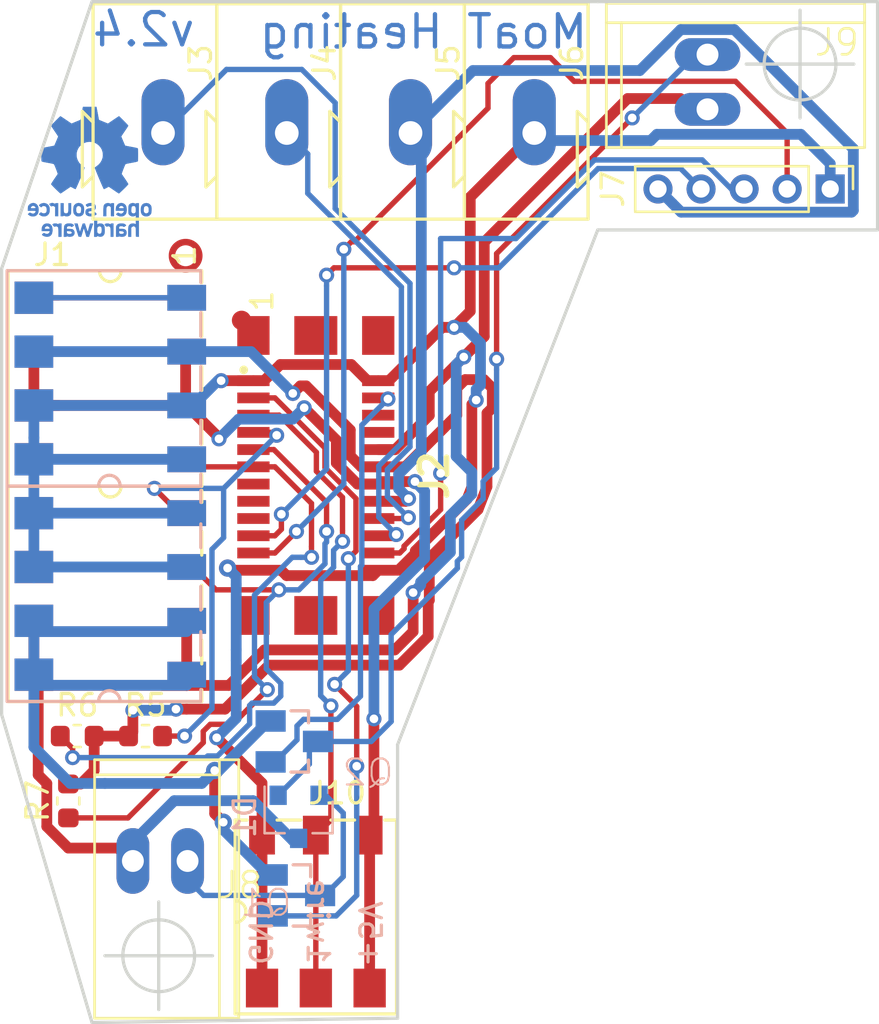
<source format=kicad_pcb>
(kicad_pcb (version 20211014) (generator pcbnew)
  (layers (0 "F.Cu" signal) (31 "B.Cu" signal) (34 "B.Paste" user) (35 "F.Paste" user) (36 "B.SilkS" user "B.Silkscreen") (37 "F.SilkS" user "F.Silkscreen") (38 "B.Mask" user) (39 "F.Mask" user) (44 "Edge.Cuts" user))
  (net 0 "")
  (net 1 "Net-(J1-Pad2)")
  (net 2 "Net-(J1-Pad1)")
  (net 3 "Net-(J1-Pad7)")
  (net 4 "Net-(J1-Pad11)")
  (net 5 "Net-(J1-Pad9)")
  (net 6 "GNDPWR")
  (net 7 "/S2")
  (net 8 "/S1")
  (net 9 "Net-(J2-Pad20)")
  (net 10 "Net-(J2-Pad18)")
  (net 11 "Net-(J2-Pad16)")
  (net 12 "Net-(D1-Pad2)")
  (net 13 "Net-(D1-Pad1)")
  (net 14 "Net-(J10-Pad2)")
  (net 15 "Net-(J2-Pad19)")
  (net 16 "Net-(J2-Pad21)")
  (net 17 "Net-(J2-Pad22)")
  (net 18 "+24V")
  (net 19 "+12V")
  (net 20 "+5V")
  (net 21 "GND")
  (footprint "localstuff:1X02_GN" (layer "F.Cu") (at 52.1 33.23 -90)
    (fp_text reference "J9")
    (fp_text value "S2")
  )
  (footprint "localstuff:1X02_GN" (layer "F.Cu") (at 26.67 69.4 180)
    (fp_text reference "J8")
    (fp_text value "S1")
  )
  (footprint "localstuff:Wago_Terminal_243" (layer "F.Cu") (at 38.3 35.6 90)
    (fp_text reference "J5")
    (fp_text value "3V3" hide)
  )
  (footprint "localstuff:Wago_Terminal_243" (layer "F.Cu") (at 44.05 35.6 90)
    (fp_text reference "J6")
    (fp_text value "GND" hide)
  )
  (footprint "localstuff:Wago_Terminal_243" (layer "F.Cu") (at 26.8 35.6 90)
    (fp_text reference "J3")
    (fp_text value "SCLK" hide)
  )
  (footprint "localstuff:Moat_16_2side" (layer "F.Cu") (at 24.4 52.3 -90)
    (fp_text reference "J1")
    (fp_text value "Moat_Bus_16")
  )
  (footprint "Resistor_SMD:R_0603_1608Metric" (layer "F.Cu") (at 25.9875 63.6)
    (fp_text reference "R5")
    (fp_text value "470")
  )
  (footprint "Resistor_SMD:R_0603_1608Metric" (layer "F.Cu") (at 22.8125 63.6)
    (fp_text reference "R6")
    (fp_text value "470")
  )
  (footprint "localstuff:AVX_9276_3Pin" (layer "F.Cu") (at 33.9 71.75)
    (fp_text reference "J10")
    (fp_text value "1wireConn")
  )
  (footprint "Resistor_SMD:R_0603_1608Metric" (layer "F.Cu") (at 22.4 66.6125 90)
    (fp_text reference "R7")
    (fp_text value "470")
  )
  (footprint "localstuff:TE_1775014_socket" (layer "F.Cu") (at 33.9 51.5 -90)
    (fp_text reference "J2")
    (fp_text value "Moat_Bus_wire" hide)
  )
  (footprint "localstuff:Wago_Terminal_243" (layer "F.Cu") (at 32.55 35.6 90)
    (fp_text reference "J4")
    (fp_text value "SDA" hide)
  )
  (footprint "Connector_PinHeader_2.00mm:PinHeader_1x05_P2.00mm_Vertical" (layer "F.Cu") (at 57.8 38.2 -90)
    (fp_text reference "J7")
    (fp_text value "Conn_01x05" hide)
  )
  (footprint "Package_TO_SOT_SMD:SOT-23" (layer "B.Cu") (at 33.1 67.35 -90)
    (fp_text reference "D1")
    (fp_text value "BAT54C")
  )
  (footprint "localstuff:SOT23" (layer "B.Cu") (at 33 71 90)
    (fp_text reference "Q1")
    (fp_text value "2N7002" hide)
  )
  (footprint "localstuff:SOT23" (layer "B.Cu") (at 32.9 63.85 90)
    (fp_text reference "Q2")
    (fp_text value "2N7002" hide)
  )
  (footprint "Symbol:OSHW-Logo_5.7x6mm_Copper" (layer "B.Cu") (at 23.4 37.4 180)
    (fp_text reference "REF**" hide)
    (fp_text value "OSHW-Logo_5.7x6mm_Copper" hide)
  )
  (gr_line (start 60 40.1) (end 60 29.5) (layer "Edge.Cuts") (width 0.15))
  (gr_line (start 60 29.5) (end 47 29.5) (layer "Edge.Cuts") (width 0.15))
  (gr_line (start 60 40.1) (end 47 40.1) (layer "Edge.Cuts") (width 0.15))
  (gr_line (start 37.7 76.7) (end 37.7 64) (layer "Edge.Cuts") (width 0.15))
  (gr_line (start 37.7 64) (end 47 40.1) (layer "Edge.Cuts") (width 0.15))
  (gr_line (start 23.5 29.5) (end 19.3 41.9) (layer "Edge.Cuts") (width 0.15))
  (gr_line (start 19.3 41.9) (end 19.3 62.6) (layer "Edge.Cuts") (width 0.15))
  (gr_line (start 23.5 76.9) (end 37.7 76.7) (layer "Edge.Cuts") (width 0.15))
  (gr_line (start 47 29.5) (end 23.5 29.5) (layer "Edge.Cuts") (width 0.15))
  (gr_line (start 19.3 62.6) (end 23.5 76.9) (layer "Edge.Cuts") (width 0.15))
  (gr_text "v2.4" (at 25.9 30.8) (layer "B.Cu") (effects (font (size 1.5 1.5) (thickness 0.2)) (justify mirror)))
  (gr_text "MoaT Heating" (at 38.9 30.9) (layer "B.Cu") (effects (font (size 1.5 1.5) (thickness 0.2)) (justify mirror)))
  (gr_text "1wire" (at 34 72.2 270) (layer "B.SilkS") (effects (font (size 1 1)) (justify mirror)))
  (gr_text "+5V" (at 36.4 72.8 270) (layer "B.SilkS") (effects (font (size 1 1)) (justify mirror)))
  (gr_text "GND" (at 31.3 72.7 270) (layer "B.SilkS") (effects (font (size 1 1)) (justify mirror)))
  (target plus (at 26.6 73.8) (size 5) (width 0.15) (layer "Edge.Cuts"))
  (target plus (at 56.4 32.4) (size 5) (width 0.15) (layer "Edge.Cuts"))
  (segment (start 20.8 43.25) (end 27.9 43.25) (width 0.25) (layer "B.Cu") (net 1))
  (segment (start 20.8 43.25) (end 21.95 43.25) (width 0.25) (layer "F.Cu") (net 2))
  (segment (start 20.8 43.25) (end 27.9 43.25) (width 0.25) (layer "F.Cu") (net 2))
  (segment (start 32 51.1) (end 33.7 52.8) (width 0.25) (layer "F.Cu") (net 3))
  (segment (start 28.25 51.1) (end 27.9 50.75) (width 0.25) (layer "F.Cu") (net 3))
  (segment (start 27.9 50.75) (end 26.75 50.75) (width 0.25) (layer "F.Cu") (net 3))
  (segment (start 28.994856 63.053767) (end 30.036167 63.053767) (width 0.25) (layer "F.Cu") (net 3))
  (segment (start 31 51.1) (end 28.25 51.1) (width 0.25) (layer "F.Cu") (net 3))
  (segment (start 28.669856 63.378767) (end 28.994856 63.053767) (width 0.25) (layer "F.Cu") (net 3))
  (segment (start 25.171734 67.4) (end 28.669856 63.901878) (width 0.25) (layer "F.Cu") (net 3))
  (segment (start 31.294968 61.794966) (end 31.644967 61.444967) (width 0.25) (layer "F.Cu") (net 3))
  (segment (start 22.4 67.4) (end 25.171734 67.4) (width 0.25) (layer "F.Cu") (net 3))
  (segment (start 20.8 50.75) (end 27.9 50.75) (width 0.25) (layer "F.Cu") (net 3))
  (segment (start 30.036167 63.053767) (end 31.294968 61.794966) (width 0.25) (layer "F.Cu") (net 3))
  (segment (start 31 51.1) (end 32 51.1) (width 0.25) (layer "F.Cu") (net 3))
  (segment (start 28.669856 63.901878) (end 28.669856 63.378767) (width 0.25) (layer "F.Cu") (net 3))
  (segment (start 33.7 52.8) (end 33.7 54.805026) (width 0.25) (layer "F.Cu") (net 3))
  (segment (start 33.7 54.805026) (end 33.7 55.3) (width 0.25) (layer "F.Cu") (net 3))
  (via (at 31.644967 61.444967) (size 0.7) (drill 0.4) (layers "F.Cu" "B.Cu") (net 3))
  (via (at 33.7 55.3) (size 0.7) (drill 0.4) (layers "F.Cu" "B.Cu") (net 3))
  (segment (start 31.050001 57.055025) (end 32.805026 55.3) (width 0.25) (layer "B.Cu") (net 3))
  (segment (start 32.805026 55.3) (end 33.205026 55.3) (width 0.25) (layer "B.Cu") (net 3))
  (segment (start 31.644967 61.444967) (end 31.050001 60.850001) (width 0.25) (layer "B.Cu") (net 3))
  (segment (start 33.205026 55.3) (end 33.7 55.3) (width 0.25) (layer "B.Cu") (net 3))
  (segment (start 31.050001 60.850001) (end 31.050001 57.055025) (width 0.25) (layer "B.Cu") (net 3))
  (segment (start 27.9 55.75) (end 26.75 55.75) (width 0.25) (layer "F.Cu") (net 4))
  (segment (start 31 50.3) (end 31.950922 50.3) (width 0.25) (layer "F.Cu") (net 4))
  (segment (start 34.4 52.749078) (end 34.4 53.605026) (width 0.25) (layer "F.Cu") (net 4))
  (segment (start 31.950922 50.3) (end 34.4 52.749078) (width 0.25) (layer "F.Cu") (net 4))
  (segment (start 26.75 55.75) (end 20.8 55.75) (width 0.25) (layer "F.Cu") (net 4))
  (segment (start 28.2 55.75) (end 27.9 55.75) (width 0.25) (layer "F.Cu") (net 4))
  (segment (start 22.025 63.6) (end 22.6 64.175) (width 0.25) (layer "F.Cu") (net 4))
  (segment (start 34.4 53.605026) (end 34.4 54.1) (width 0.25) (layer "F.Cu") (net 4))
  (segment (start 32.184247 56.810271) (end 29.260271 56.810271) (width 0.25) (layer "F.Cu") (net 4))
  (segment (start 22.6 64.175) (end 22.6 64.6) (width 0.25) (layer "F.Cu") (net 4))
  (segment (start 29.260271 56.810271) (end 28.2 55.75) (width 0.25) (layer "F.Cu") (net 4))
  (via (at 32.184247 56.810271) (size 0.7) (drill 0.4) (layers "F.Cu" "B.Cu") (net 4))
  (via (at 22.6 64.6) (size 0.7) (drill 0.4) (layers "F.Cu" "B.Cu") (net 4))
  (via (at 34.4 54.1) (size 0.7) (drill 0.4) (layers "F.Cu" "B.Cu") (net 4))
  (segment (start 34.4 54.594974) (end 34.4 54.1) (width 0.25) (layer "B.Cu") (net 4))
  (segment (start 28.800996 64.6) (end 28.875998 64.524998) (width 0.25) (layer "B.Cu") (net 4))
  (segment (start 22.6 64.6) (end 28.800996 64.6) (width 0.25) (layer "B.Cu") (net 4))
  (segment (start 32.269969 61.744969) (end 32.269969 61.144965) (width 0.25) (layer "B.Cu") (net 4))
  (segment (start 32.269969 61.144965) (end 31.599999 60.474995) (width 0.25) (layer "B.Cu") (net 4))
  (segment (start 32.184247 56.810271) (end 33.114733 56.810271) (width 0.25) (layer "B.Cu") (net 4))
  (segment (start 31.944969 62.069969) (end 32.269969 61.744969) (width 0.25) (layer "B.Cu") (net 4))
  (segment (start 33.114733 56.810271) (end 34.325002 55.600002) (width 0.25) (layer "B.Cu") (net 4))
  (segment (start 30.824999 62.179999) (end 30.935029 62.069969) (width 0.25) (layer "B.Cu") (net 4))
  (segment (start 31.834248 57.16027) (end 32.184247 56.810271) (width 0.25) (layer "B.Cu") (net 4))
  (segment (start 30.935029 62.069969) (end 31.944969 62.069969) (width 0.25) (layer "B.Cu") (net 4))
  (segment (start 34.325002 54.669972) (end 34.4 54.594974) (width 0.25) (layer "B.Cu") (net 4))
  (segment (start 30.824999 63.032525) (end 30.824999 62.179999) (width 0.25) (layer "B.Cu") (net 4))
  (segment (start 31.599999 60.474995) (end 31.599999 57.394519) (width 0.25) (layer "B.Cu") (net 4))
  (segment (start 34.325002 55.600002) (end 34.325002 54.669972) (width 0.25) (layer "B.Cu") (net 4))
  (segment (start 28.875998 64.524998) (end 29.332526 64.524998) (width 0.25) (layer "B.Cu") (net 4))
  (segment (start 29.332526 64.524998) (end 30.824999 63.032525) (width 0.25) (layer "B.Cu") (net 4))
  (segment (start 31.599999 57.394519) (end 31.834248 57.16027) (width 0.25) (layer "B.Cu") (net 4))
  (segment (start 32 49.5) (end 32.081045 49.581045) (width 0.25) (layer "F.Cu") (net 5))
  (segment (start 32.081045 49.581045) (end 32.081045 49.635057) (width 0.25) (layer "F.Cu") (net 5))
  (segment (start 20.8 53.25) (end 27.9 53.25) (width 0.25) (layer "F.Cu") (net 5))
  (segment (start 27.9 53.25) (end 27.55 53.25) (width 0.25) (layer "F.Cu") (net 5))
  (segment (start 31 49.5) (end 32 49.5) (width 0.25) (layer "F.Cu") (net 5))
  (segment (start 27.55 53.25) (end 26.4 52.1) (width 0.25) (layer "F.Cu") (net 5))
  (segment (start 26.775 63.6) (end 27.799998 63.6) (width 0.25) (layer "F.Cu") (net 5))
  (via (at 27.799998 63.6) (size 0.7) (drill 0.4) (layers "F.Cu" "B.Cu") (net 5))
  (via (at 32.081045 49.635057) (size 0.7) (drill 0.4) (layers "F.Cu" "B.Cu") (net 5))
  (via (at 26.4 52.1) (size 0.7) (drill 0.4) (layers "F.Cu" "B.Cu") (net 5))
  (segment (start 26.4 52.1) (end 29.616102 52.1) (width 0.25) (layer "B.Cu") (net 5))
  (segment (start 27.799998 63.6) (end 29.075001 62.324997) (width 0.25) (layer "B.Cu") (net 5))
  (segment (start 29.616102 52.1) (end 31.731046 49.985056) (width 0.25) (layer "B.Cu") (net 5))
  (segment (start 29.075001 62.324997) (end 29.075001 54.929999) (width 0.25) (layer "B.Cu") (net 5))
  (segment (start 31.731046 49.985056) (end 32.081045 49.635057) (width 0.25) (layer "B.Cu") (net 5))
  (segment (start 29.075001 54.929999) (end 29.616102 54.388898) (width 0.25) (layer "B.Cu") (net 5))
  (segment (start 29.616102 54.388898) (end 29.616102 52.1) (width 0.25) (layer "B.Cu") (net 5))
  (segment (start 29.200001 67.199995) (end 29.6 67.599994) (width 0.5) (layer "F.Cu") (net 6))
  (segment (start 29.2 65.2) (end 29.200001 67.199995) (width 0.5) (layer "F.Cu") (net 6))
  (via (at 29.6 67.599994) (size 0.8) (drill 0.4) (layers "F.Cu" "B.Cu") (net 6))
  (via (at 29.2 65.2) (size 0.8) (drill 0.4) (layers "F.Cu" "B.Cu") (net 6))
  (segment (start 31.7 62.9) (end 29.4 65.2) (width 0.5) (layer "B.Cu") (net 6))
  (segment (start 31.8 62.9) (end 31.7 62.9) (width 0.5) (layer "B.Cu") (net 6))
  (segment (start 27.9 61.242067) (end 20.807933 61.242067) (width 0.5) (layer "B.Cu") (net 6))
  (segment (start 20.8 58.75) (end 20.8 61.25) (width 0.5) (layer "B.Cu") (net 6))
  (segment (start 24.1 65.8) (end 28.6 65.8) (width 0.5) (layer "B.Cu") (net 6))
  (segment (start 28.800001 65.599999) (end 29.2 65.2) (width 0.5) (layer "B.Cu") (net 6))
  (segment (start 28.6 65.8) (end 28.800001 65.599999) (width 0.5) (layer "B.Cu") (net 6))
  (segment (start 29.6 67.95) (end 29.6 67.599994) (width 0.5) (layer "B.Cu") (net 6))
  (segment (start 20.8 64.110002) (end 22.489998 65.8) (width 0.5) (layer "B.Cu") (net 6))
  (segment (start 20.8 61.25) (end 20.8 64.110002) (width 0.5) (layer "B.Cu") (net 6))
  (segment (start 20.8 58.75) (end 27.9 58.75) (width 0.5) (layer "B.Cu") (net 6))
  (segment (start 31.9 70.05) (end 31.7 70.05) (width 0.5) (layer "B.Cu") (net 6))
  (segment (start 31.7 70.05) (end 29.6 67.95) (width 0.5) (layer "B.Cu") (net 6))
  (segment (start 20.807933 61.242067) (end 20.8 61.25) (width 0.5) (layer "B.Cu") (net 6))
  (segment (start 29.4 65.2) (end 29.2 65.2) (width 0.5) (layer "B.Cu") (net 6))
  (segment (start 22.489998 65.8) (end 24.1 65.8) (width 0.5) (layer "B.Cu") (net 6))
  (segment (start 36.8 47.9) (end 36.849989 47.949989) (width 0.25) (layer "F.Cu") (net 7))
  (segment (start 36.849989 47.949989) (end 37.249968 47.949989) (width 0.25) (layer "F.Cu") (net 7))
  (via (at 37.249968 47.949989) (size 0.7) (drill 0.4) (layers "F.Cu" "B.Cu") (net 7))
  (segment (start 33.329997 62.825001) (end 34.900001 62.825001) (width 0.25) (layer "B.Cu") (net 7))
  (segment (start 36.899969 48.299988) (end 37.249968 47.949989) (width 0.25) (layer "B.Cu") (net 7))
  (segment (start 36.038096 55.664482) (end 36.038096 49.161861) (width 0.25) (layer "B.Cu") (net 7))
  (segment (start 35.975025 61.749977) (end 35.975025 55.727553) (width 0.25) (layer "B.Cu") (net 7))
  (segment (start 33.024999 63.129999) (end 33.329997 62.825001) (width 0.25) (layer "B.Cu") (net 7))
  (segment (start 33.024999 63.775001) (end 33.024999 63.129999) (width 0.25) (layer "B.Cu") (net 7))
  (segment (start 36.038096 49.161861) (end 36.899969 48.299988) (width 0.25) (layer "B.Cu") (net 7))
  (segment (start 34.900001 62.825001) (end 35.975025 61.749977) (width 0.25) (layer "B.Cu") (net 7))
  (segment (start 31.8 64.8) (end 32 64.8) (width 0.25) (layer "B.Cu") (net 7))
  (segment (start 32 64.8) (end 33.024999 63.775001) (width 0.25) (layer "B.Cu") (net 7))
  (segment (start 35.975025 55.727553) (end 36.038096 55.664482) (width 0.25) (layer "B.Cu") (net 7))
  (segment (start 31 47.9) (end 32 47.9) (width 0.25) (layer "F.Cu") (net 8))
  (segment (start 35.764826 52.574168) (end 35.764826 55.012748) (width 0.25) (layer "F.Cu") (net 8))
  (segment (start 32 47.9) (end 34.32499 50.22499) (width 0.25) (layer "F.Cu") (net 8))
  (segment (start 35.764826 55.012748) (end 35.763093 55.014481) (width 0.25) (layer "F.Cu") (net 8))
  (segment (start 34.32499 50.22499) (end 34.32499 51.134332) (width 0.25) (layer "F.Cu") (net 8))
  (segment (start 35.763093 55.014481) (end 35.413094 55.36448) (width 0.25) (layer "F.Cu") (net 8))
  (segment (start 35.8 65) (end 35.8 62.22501) (width 0.25) (layer "F.Cu") (net 8))
  (segment (start 34.32499 51.134332) (end 35.764826 52.574168) (width 0.25) (layer "F.Cu") (net 8))
  (segment (start 35.8 62.22501) (end 35.124989 61.549999) (width 0.25) (layer "F.Cu") (net 8))
  (segment (start 35.124989 61.549999) (end 34.77499 61.2) (width 0.25) (layer "F.Cu") (net 8))
  (via (at 35.413094 55.36448) (size 0.7) (drill 0.4) (layers "F.Cu" "B.Cu") (net 8))
  (via (at 35.8 65) (size 0.7) (drill 0.4) (layers "F.Cu" "B.Cu") (net 8))
  (via (at 34.77499 61.2) (size 0.7) (drill 0.4) (layers "F.Cu" "B.Cu") (net 8))
  (segment (start 31.9 71.95) (end 34.845002 71.95) (width 0.25) (layer "B.Cu") (net 8))
  (segment (start 35.413094 55.859454) (end 35.413094 55.36448) (width 0.25) (layer "B.Cu") (net 8))
  (segment (start 34.845002 71.95) (end 35.8 70.995002) (width 0.25) (layer "B.Cu") (net 8))
  (segment (start 34.77499 61.2) (end 35.413094 60.561896) (width 0.25) (layer "B.Cu") (net 8))
  (segment (start 35.8 70.995002) (end 35.8 65) (width 0.25) (layer "B.Cu") (net 8))
  (segment (start 35.413094 60.561896) (end 35.413094 55.859454) (width 0.25) (layer "B.Cu") (net 8))
  (segment (start 37.139872 54.242749) (end 37.634846 54.242749) (width 0.25) (layer "F.Cu") (net 9))
  (segment (start 36.857251 54.242749) (end 37.139872 54.242749) (width 0.25) (layer "F.Cu") (net 9))
  (segment (start 36.8 54.3) (end 36.857251 54.242749) (width 0.25) (layer "F.Cu") (net 9))
  (via (at 37.634846 54.242749) (size 0.7) (drill 0.4) (layers "F.Cu" "B.Cu") (net 9))
  (segment (start 37.874978 50.006851) (end 36.824981 51.056848) (width 0.25) (layer "B.Cu") (net 9))
  (segment (start 37.874978 42.749974) (end 37.874978 50.006851) (width 0.25) (layer "B.Cu") (net 9))
  (segment (start 36.824981 51.056848) (end 36.824981 53.432884) (width 0.25) (layer "B.Cu") (net 9))
  (segment (start 32.55 35.6) (end 33.525002 36.575002) (width 0.25) (layer "B.Cu") (net 9))
  (segment (start 33.525002 38.399998) (end 37.874978 42.749974) (width 0.25) (layer "B.Cu") (net 9))
  (segment (start 37.284847 53.89275) (end 37.634846 54.242749) (width 0.25) (layer "B.Cu") (net 9))
  (segment (start 36.824981 53.432884) (end 37.284847 53.89275) (width 0.25) (layer "B.Cu") (net 9))
  (segment (start 33.525002 36.575002) (end 33.525002 38.399998) (width 0.25) (layer "B.Cu") (net 9))
  (segment (start 36.8 53.5) (end 38.158029 53.5) (width 0.25) (layer "F.Cu") (net 10))
  (segment (start 38.158029 53.5) (end 38.199979 53.45805) (width 0.25) (layer "F.Cu") (net 10))
  (via (at 38.199979 53.45805) (size 0.7) (drill 0.4) (layers "F.Cu" "B.Cu") (net 10))
  (segment (start 37.224992 51.222537) (end 37.224992 52.483063) (width 0.25) (layer "B.Cu") (net 10))
  (segment (start 34.8 39.109296) (end 38.274989 42.584285) (width 0.25) (layer "B.Cu") (net 10))
  (segment (start 29.750015 32.650001) (end 33.250001 32.650001) (width 0.25) (layer "B.Cu") (net 10))
  (segment (start 38.274989 42.584285) (end 38.274989 50.17254) (width 0.25) (layer "B.Cu") (net 10))
  (segment (start 33.250001 32.650001) (end 34.8 34.2) (width 0.25) (layer "B.Cu") (net 10))
  (segment (start 34.8 34.2) (end 34.8 39.109296) (width 0.25) (layer "B.Cu") (net 10))
  (segment (start 26.800016 35.6) (end 29.750015 32.650001) (width 0.25) (layer "B.Cu") (net 10))
  (segment (start 37.84998 53.108051) (end 38.199979 53.45805) (width 0.25) (layer "B.Cu") (net 10))
  (segment (start 38.274989 50.17254) (end 37.224992 51.222537) (width 0.25) (layer "B.Cu") (net 10))
  (segment (start 37.224992 52.483063) (end 37.84998 53.108051) (width 0.25) (layer "B.Cu") (net 10))
  (segment (start 36.8 52.7) (end 38.08529 52.7) (width 0.5) (layer "F.Cu") (net 11))
  (segment (start 38.08529 52.7) (end 38.205559 52.579731) (width 0.5) (layer "F.Cu") (net 11))
  (via (at 38.205559 52.579731) (size 0.7) (drill 0.4) (layers "F.Cu" "B.Cu") (net 11))
  (segment (start 38.3 35.6) (end 38.8 36.1) (width 0.5) (layer "B.Cu") (net 11))
  (segment (start 53.34332 30.79799) (end 58.875001 36.329671) (width 0.5) (layer "B.Cu") (net 11))
  (segment (start 37.750003 52.124175) (end 37.85556 52.229732) (width 0.5) (layer "B.Cu") (net 11))
  (segment (start 37.750003 51.440003) (end 37.750003 52.124175) (width 0.5) (layer "B.Cu") (net 11))
  (segment (start 48.95468 32.69999) (end 50.85668 30.79799) (width 0.5) (layer "B.Cu") (net 11))
  (segment (start 50.474999 38.874999) (end 49.8 38.2) (width 0.5) (layer "B.Cu") (net 11))
  (segment (start 41.20001 32.69999) (end 48.95468 32.69999) (width 0.5) (layer "B.Cu") (net 11))
  (segment (start 38.8 50.390006) (end 37.750003 51.440003) (width 0.5) (layer "B.Cu") (net 11))
  (segment (start 50.85668 30.79799) (end 53.34332 30.79799) (width 0.5) (layer "B.Cu") (net 11))
  (segment (start 58.875001 36.329671) (end 58.875001 39.195001) (width 0.5) (layer "B.Cu") (net 11))
  (segment (start 38.3 35.6) (end 41.20001 32.69999) (width 0.5) (layer "B.Cu") (net 11))
  (segment (start 58.795001 39.275001) (end 50.875001 39.275001) (width 0.5) (layer "B.Cu") (net 11))
  (segment (start 58.875001 39.195001) (end 58.795001 39.275001) (width 0.5) (layer "B.Cu") (net 11))
  (segment (start 38.8 36.1) (end 38.8 50.390006) (width 0.5) (layer "B.Cu") (net 11))
  (segment (start 50.875001 39.275001) (end 50.474999 38.874999) (width 0.5) (layer "B.Cu") (net 11))
  (segment (start 37.85556 52.229732) (end 38.205559 52.579731) (width 0.5) (layer "B.Cu") (net 11))
  (segment (start 34.1 71) (end 34.3 71) (width 0.25) (layer "B.Cu") (net 12))
  (segment (start 35.175001 70.124999) (end 35.175001 67.175001) (width 0.25) (layer "B.Cu") (net 12))
  (segment (start 27.836499 70.148499) (end 27.836499 69.386499) (width 0.25) (layer "B.Cu") (net 12))
  (segment (start 35.175001 67.175001) (end 34.4 66.4) (width 0.25) (layer "B.Cu") (net 12))
  (segment (start 34.1 71) (end 28.688 71) (width 0.25) (layer "B.Cu") (net 12))
  (segment (start 34.4 66.4) (end 34.2 66.4) (width 0.25) (layer "B.Cu") (net 12))
  (segment (start 28.688 71) (end 27.836499 70.148499) (width 0.25) (layer "B.Cu") (net 12))
  (segment (start 34.3 71) (end 35.175001 70.124999) (width 0.25) (layer "B.Cu") (net 12))
  (segment (start 42.3 46.1) (end 42.3 41.2) (width 0.25) (layer "F.Cu") (net 13))
  (segment (start 42.3 41.2) (end 48.6 34.9) (width 0.25) (layer "F.Cu") (net 13))
  (via (at 42.3 46.1) (size 0.7) (drill 0.4) (layers "F.Cu" "B.Cu") (net 13))
  (via (at 48.6 34.9) (size 0.7) (drill 0.4) (layers "F.Cu" "B.Cu") (net 13))
  (segment (start 40.475022 55.486709) (end 40.675022 55.286709) (width 0.25) (layer "B.Cu") (net 13))
  (segment (start 37.4 58.885679) (end 40.475022 55.810657) (width 0.25) (layer "B.Cu") (net 13))
  (segment (start 40.675022 55.286709) (end 40.675022 53.577457) (width 0.25) (layer "B.Cu") (net 13))
  (segment (start 51.54 31.96) (end 52.1 31.96) (width 0.25) (layer "B.Cu") (net 13))
  (segment (start 42.3 46.594974) (end 42.3 46.1) (width 0.25) (layer "B.Cu") (net 13))
  (segment (start 36.475002 63.85) (end 37.4 62.925002) (width 0.25) (layer "B.Cu") (net 13))
  (segment (start 37.4 62.925002) (end 37.4 58.885679) (width 0.25) (layer "B.Cu") (net 13))
  (segment (start 41.675012 51.777467) (end 42.3 51.152479) (width 0.25) (layer "B.Cu") (net 13))
  (segment (start 48.6 34.9) (end 51.54 31.96) (width 0.25) (layer "B.Cu") (net 13))
  (segment (start 41.675012 52.577467) (end 41.675012 51.777467) (width 0.25) (layer "B.Cu") (net 13))
  (segment (start 40.675022 53.577457) (end 41.675012 52.577467) (width 0.25) (layer "B.Cu") (net 13))
  (segment (start 33.6 64.9) (end 33.6 64.25) (width 0.25) (layer "B.Cu") (net 13))
  (segment (start 42.3 51.152479) (end 42.3 46.594974) (width 0.25) (layer "B.Cu") (net 13))
  (segment (start 33.6 64.25) (end 34 63.85) (width 0.25) (layer "B.Cu") (net 13))
  (segment (start 34 63.85) (end 36.475002 63.85) (width 0.25) (layer "B.Cu") (net 13))
  (segment (start 40.475022 55.810657) (end 40.475022 55.486709) (width 0.25) (layer "B.Cu") (net 13))
  (segment (start 32.15 66.35) (end 33.6 64.9) (width 0.25) (layer "B.Cu") (net 13))
  (segment (start 35.139825 52.514867) (end 35.139825 54.064618) (width 0.25) (layer "F.Cu") (net 14))
  (segment (start 33.924979 51.300021) (end 35.139825 52.514867) (width 0.25) (layer "F.Cu") (net 14))
  (segment (start 35.139825 54.064618) (end 35.139825 54.559592) (width 0.25) (layer "F.Cu") (net 14))
  (segment (start 31 48.7) (end 32.200923 48.7) (width 0.25) (layer "F.Cu") (net 14))
  (segment (start 33.9 75.3) (end 33.9 68.2) (width 0.25) (layer "F.Cu") (net 14))
  (segment (start 33.924979 50.424056) (end 33.924979 51.300021) (width 0.25) (layer "F.Cu") (net 14))
  (segment (start 32.200923 48.7) (end 33.924979 50.424056) (width 0.25) (layer "F.Cu") (net 14))
  (segment (start 34.6 67.5) (end 33.9 68.2) (width 0.25) (layer "F.Cu") (net 14))
  (segment (start 34.6 62.2) (end 34.6 67.5) (width 0.25) (layer "F.Cu") (net 14))
  (via (at 35.139825 54.559592) (size 0.7) (drill 0.4) (layers "F.Cu" "B.Cu") (net 14))
  (via (at 34.6 62.2) (size 0.7) (drill 0.4) (layers "F.Cu" "B.Cu") (net 14))
  (segment (start 34.789826 54.909591) (end 35.139825 54.559592) (width 0.25) (layer "B.Cu") (net 14))
  (segment (start 34.125013 56.365691) (end 34.725013 55.765691) (width 0.25) (layer "B.Cu") (net 14))
  (segment (start 34.6 62.2) (end 34.125013 61.725013) (width 0.25) (layer "B.Cu") (net 14))
  (segment (start 34.725013 54.974404) (end 34.789826 54.909591) (width 0.25) (layer "B.Cu") (net 14))
  (segment (start 34.125013 61.725013) (end 34.125013 56.365691) (width 0.25) (layer "B.Cu") (net 14))
  (segment (start 34.725013 55.765691) (end 34.725013 54.974404) (width 0.25) (layer "B.Cu") (net 14))
  (segment (start 40.32501 41.86056) (end 34.73944 41.86056) (width 0.25) (layer "F.Cu") (net 15))
  (segment (start 32.3 54) (end 32.3 53.3) (width 0.25) (layer "F.Cu") (net 15))
  (segment (start 34.73944 41.86056) (end 34.4 42.2) (width 0.25) (layer "F.Cu") (net 15))
  (segment (start 31 54.3) (end 32 54.3) (width 0.25) (layer "F.Cu") (net 15))
  (segment (start 32 54.3) (end 32.3 54) (width 0.25) (layer "F.Cu") (net 15))
  (via (at 40.32501 41.86056) (size 0.7) (drill 0.4) (layers "F.Cu" "B.Cu") (net 15))
  (via (at 32.3 53.3) (size 0.7) (drill 0.4) (layers "F.Cu" "B.Cu") (net 15))
  (via (at 34.4 42.2) (size 0.7) (drill 0.4) (layers "F.Cu" "B.Cu") (net 15))
  (segment (start 34.4 42.694974) (end 34.4 42.2) (width 0.25) (layer "B.Cu") (net 15))
  (segment (start 51.8 38.2) (end 50.849999 37.249999) (width 0.25) (layer "B.Cu") (net 15))
  (segment (start 40.819984 41.86056) (end 40.32501 41.86056) (width 0.25) (layer "B.Cu") (net 15))
  (segment (start 32.3 53.3) (end 34.4 51.2) (width 0.25) (layer "B.Cu") (net 15))
  (segment (start 34.4 51.2) (end 34.4 42.694974) (width 0.25) (layer "B.Cu") (net 15))
  (segment (start 47.015701 37.249999) (end 42.40514 41.86056) (width 0.25) (layer "B.Cu") (net 15))
  (segment (start 42.40514 41.86056) (end 40.819984 41.86056) (width 0.25) (layer "B.Cu") (net 15))
  (segment (start 50.849999 37.249999) (end 47.015701 37.249999) (width 0.25) (layer "B.Cu") (net 15))
  (segment (start 53.4 33.2) (end 55.8 35.6) (width 0.25) (layer "F.Cu") (net 16))
  (segment (start 31 55.1) (end 32 55.1) (width 0.25) (layer "F.Cu") (net 16))
  (segment (start 35.696863 40.650001) (end 41.9 34.446864) (width 0.25) (layer "F.Cu") (net 16))
  (segment (start 41.9 33.3) (end 43.1 32.1) (width 0.25) (layer "F.Cu") (net 16))
  (segment (start 41.9 34.446864) (end 41.9 33.3) (width 0.25) (layer "F.Cu") (net 16))
  (segment (start 55.8 35.6) (end 55.8 38.2) (width 0.25) (layer "F.Cu") (net 16))
  (segment (start 35.2 41) (end 35.549999 40.650001) (width 0.25) (layer "F.Cu") (net 16))
  (segment (start 32 55.1) (end 33 54.1) (width 0.25) (layer "F.Cu") (net 16))
  (segment (start 43.1 32.1) (end 44.8 32.1) (width 0.25) (layer "F.Cu") (net 16))
  (segment (start 44.8 32.1) (end 45.9 33.2) (width 0.25) (layer "F.Cu") (net 16))
  (segment (start 45.9 33.2) (end 53.4 33.2) (width 0.25) (layer "F.Cu") (net 16))
  (segment (start 35.549999 40.650001) (end 35.696863 40.650001) (width 0.25) (layer "F.Cu") (net 16))
  (via (at 35.2 41) (size 0.7) (drill 0.4) (layers "F.Cu" "B.Cu") (net 16))
  (via (at 33 54.1) (size 0.7) (drill 0.4) (layers "F.Cu" "B.Cu") (net 16))
  (segment (start 33 54.1) (end 35.2 51.9) (width 0.25) (layer "B.Cu") (net 16))
  (segment (start 35.2 51.9) (end 35.2 41.494974) (width 0.25) (layer "B.Cu") (net 16))
  (segment (start 35.2 41.494974) (end 35.2 41) (width 0.25) (layer "B.Cu") (net 16))
  (segment (start 38 54.783645) (end 39.441822 53.341823) (width 0.25) (layer "F.Cu") (net 17))
  (segment (start 39.7 53.083645) (end 39.7 51.4) (width 0.25) (layer "F.Cu") (net 17))
  (segment (start 37.8 55.1) (end 37.999999 54.900001) (width 0.25) (layer "F.Cu") (net 17))
  (segment (start 36.8 55.1) (end 37.8 55.1) (width 0.25) (layer "F.Cu") (net 17))
  (segment (start 37.999999 54.900001) (end 38 54.783645) (width 0.25) (layer "F.Cu") (net 17))
  (segment (start 39.441822 53.341823) (end 39.7 53.083645) (width 0.25) (layer "F.Cu") (net 17))
  (via (at 39.7 51.4) (size 0.7) (drill 0.4) (layers "F.Cu" "B.Cu") (net 17))
  (segment (start 51.855991 36.849989) (end 53.206002 38.2) (width 0.25) (layer "B.Cu") (net 17))
  (segment (start 39.7 51.4) (end 39.7 40.5) (width 0.25) (layer "B.Cu") (net 17))
  (segment (start 46.850012 36.849989) (end 51.855991 36.849989) (width 0.25) (layer "B.Cu") (net 17))
  (segment (start 53.206002 38.2) (end 53.8 38.2) (width 0.25) (layer "B.Cu") (net 17))
  (segment (start 39.7 40.5) (end 43.2 40.5) (width 0.25) (layer "B.Cu") (net 17))
  (segment (start 43.2 40.5) (end 46.850012 36.849989) (width 0.25) (layer "B.Cu") (net 17))
  (segment (start 29.860004 61.25) (end 31.510004 59.6) (width 0.5) (layer "F.Cu") (net 18))
  (segment (start 51.338 34.5) (end 50.838 34) (width 0.5) (layer "F.Cu") (net 18))
  (segment (start 50.838 34) (end 48.389996 34) (width 0.5) (layer "F.Cu") (net 18))
  (segment (start 41.725022 40.664974) (end 41.725022 45.048573) (width 0.5) (layer "F.Cu") (net 18))
  (segment (start 27.9 61.25) (end 29.860004 61.25) (width 0.5) (layer "F.Cu") (net 18))
  (segment (start 37.570002 59.6) (end 38.421521 58.748481) (width 0.5) (layer "F.Cu") (net 18))
  (segment (start 27.9 61.25) (end 27.9 58.75) (width 0.5) (layer "F.Cu") (net 18))
  (segment (start 39.170756 48.716088) (end 39.170756 47.602839) (width 0.5) (layer "F.Cu") (net 18))
  (segment (start 41.123583 45.650012) (end 40.773584 46.000011) (width 0.5) (layer "F.Cu") (net 18))
  (segment (start 27.9 61.25) (end 26.75 61.25) (width 0.5) (layer "F.Cu") (net 18))
  (segment (start 20.8 58.75) (end 20.8 61.25) (width 0.5) (layer "F.Cu") (net 18))
  (segment (start 52.1 34.5) (end 51.338 34.5) (width 0.5) (layer "F.Cu") (net 18))
  (segment (start 41.725022 45.048573) (end 41.123583 45.650012) (width 0.5) (layer "F.Cu") (net 18))
  (segment (start 38.421521 57.434128) (end 38.421521 56.939154) (width 0.5) (layer "F.Cu") (net 18))
  (segment (start 21.4 65.8) (end 21.4 67.8) (width 0.5) (layer "F.Cu") (net 18))
  (segment (start 21 65.4) (end 21.4 65.8) (width 0.5) (layer "F.Cu") (net 18))
  (segment (start 40.423585 46.35001) (end 40.773584 46.000011) (width 0.5) (layer "F.Cu") (net 18))
  (segment (start 38.421521 58.748481) (end 38.421521 57.434128) (width 0.5) (layer "F.Cu") (net 18))
  (segment (start 24.71 68.8) (end 25.296499 69.386499) (width 0.5) (layer "F.Cu") (net 18))
  (segment (start 37.586844 50.3) (end 39.170756 48.716088) (width 0.5) (layer "F.Cu") (net 18))
  (segment (start 36.8 50.3) (end 37.586844 50.3) (width 0.5) (layer "F.Cu") (net 18))
  (segment (start 27.9 58.75) (end 20.8 58.75) (width 0.5) (layer "F.Cu") (net 18))
  (segment (start 21.4 67.8) (end 22.4 68.8) (width 0.5) (layer "F.Cu") (net 18))
  (segment (start 31.510004 59.6) (end 37.570002 59.6) (width 0.5) (layer "F.Cu") (net 18))
  (segment (start 21 61.45) (end 21 65.4) (width 0.5) (layer "F.Cu") (net 18))
  (segment (start 20.8 61.25) (end 27.9 61.25) (width 0.5) (layer "F.Cu") (net 18))
  (segment (start 39.170756 47.602839) (end 40.423585 46.35001) (width 0.5) (layer "F.Cu") (net 18))
  (segment (start 22.4 68.8) (end 24.71 68.8) (width 0.5) (layer "F.Cu") (net 18))
  (segment (start 20.8 61.25) (end 21 61.45) (width 0.5) (layer "F.Cu") (net 18))
  (segment (start 48.389996 34) (end 41.725022 40.664974) (width 0.5) (layer "F.Cu") (net 18))
  (via (at 40.773584 46.000011) (size 0.7) (drill 0.4) (layers "F.Cu" "B.Cu") (net 18))
  (via (at 38.421521 56.939154) (size 0.7) (drill 0.4) (layers "F.Cu" "B.Cu") (net 18))
  (segment (start 40.150011 55.069243) (end 38.77152 56.447734) (width 0.5) (layer "B.Cu") (net 18))
  (segment (start 41.150001 51.339998) (end 41.150001 52.360001) (width 0.5) (layer "B.Cu") (net 18))
  (segment (start 32.824989 68.440688) (end 32.917151 68.53285) (width 0.5) (layer "B.Cu") (net 18))
  (segment (start 25.296499 69.386499) (end 25.296499 68.624499) (width 0.5) (layer "B.Cu") (net 18))
  (segment (start 25.296499 68.624499) (end 27.320998 66.6) (width 0.5) (layer "B.Cu") (net 18))
  (segment (start 38.77152 56.589155) (end 38.421521 56.939154) (width 0.5) (layer "B.Cu") (net 18))
  (segment (start 40.423585 50.613582) (end 41.150001 51.339998) (width 0.5) (layer "B.Cu") (net 18))
  (segment (start 27.320998 66.6) (end 30.984301 66.6) (width 0.5) (layer "B.Cu") (net 18))
  (segment (start 30.984301 66.6) (end 32.824989 68.440688) (width 0.5) (layer "B.Cu") (net 18))
  (segment (start 38.77152 56.447734) (end 38.77152 56.589155) (width 0.5) (layer "B.Cu") (net 18))
  (segment (start 40.773584 46.000011) (end 40.423585 46.35001) (width 0.5) (layer "B.Cu") (net 18))
  (segment (start 40.150011 53.359991) (end 40.150011 55.069243) (width 0.5) (layer "B.Cu") (net 18))
  (segment (start 40.423585 46.35001) (end 40.423585 50.613582) (width 0.5) (layer "B.Cu") (net 18))
  (segment (start 41.150001 52.360001) (end 40.150011 53.359991) (width 0.5) (layer "B.Cu") (net 18))
  (segment (start 22.4 65.825) (end 22.975 65.825) (width 0.5) (layer "F.Cu") (net 19))
  (segment (start 23.6 65.2) (end 23.6 64.175) (width 0.5) (layer "F.Cu") (net 19))
  (segment (start 37.781204 60.30805) (end 31.721208 60.30805) (width 0.5) (layer "F.Cu") (net 19))
  (segment (start 33.451531 47.341529) (end 33.180541 47.341529) (width 0.5) (layer "F.Cu") (net 19))
  (segment (start 40.449995 48.700005) (end 40.449995 47.439999) (width 0.5) (layer "F.Cu") (net 19))
  (segment (start 25.4 63.4) (end 25.2 63.6) (width 0.5) (layer "F.Cu") (net 19))
  (segment (start 42.100011 48.360001) (end 41.853403 48.606609) (width 0.5) (layer "F.Cu") (net 19))
  (segment (start 41.853403 48.606609) (end 41.853403 52.016316) (width 0.5) (layer "F.Cu") (net 19))
  (segment (start 23.6 64.175) (end 23.6 63.6) (width 0.5) (layer "F.Cu") (net 19))
  (segment (start 40.839998 47.049998) (end 41.710011 47.049999) (width 0.5) (layer "F.Cu") (net 19))
  (segment (start 31.721208 60.30805) (end 29.679238 62.35002) (width 0.5) (layer "F.Cu") (net 19))
  (segment (start 39.121522 58.967732) (end 37.781204 60.30805) (width 0.5) (layer "F.Cu") (net 19))
  (segment (start 41.438618 53.082265) (end 39.171522 55.349361) (width 0.5) (layer "F.Cu") (net 19))
  (segment (start 22.975 65.825) (end 23.6 65.2) (width 0.5) (layer "F.Cu") (net 19))
  (segment (start 36.8 51.1) (end 36.010002 51.1) (width 0.5) (layer "F.Cu") (net 19))
  (segment (start 35.500012 49.39001) (end 33.451531 47.341529) (width 0.5) (layer "F.Cu") (net 19))
  (segment (start 35.500012 50.59001) (end 35.500012 49.39001) (width 0.5) (layer "F.Cu") (net 19))
  (segment (start 39.171522 57.299155) (end 39.121522 57.349155) (width 0.5) (layer "F.Cu") (net 19))
  (segment (start 23.6 63.6) (end 25.2 63.6) (width 0.5) (layer "F.Cu") (net 19))
  (segment (start 25.4 62.4) (end 25.4 63.4) (width 0.5) (layer "F.Cu") (net 19))
  (segment (start 36.8 51.1) (end 38.05 51.1) (width 0.5) (layer "F.Cu") (net 19))
  (segment (start 41.853403 52.016316) (end 41.438618 53.082265) (width 0.5) (layer "F.Cu") (net 19))
  (segment (start 40.449995 47.439999) (end 40.839998 47.049998) (width 0.5) (layer "F.Cu") (net 19))
  (segment (start 39.121522 57.349155) (end 39.121522 58.967732) (width 0.5) (layer "F.Cu") (net 19))
  (segment (start 36.010002 51.1) (end 35.500012 50.59001) (width 0.5) (layer "F.Cu") (net 19))
  (segment (start 29.679238 62.35002) (end 27.894974 62.35002) (width 0.5) (layer "F.Cu") (net 19))
  (segment (start 39.171522 55.349361) (end 39.171522 57.299155) (width 0.5) (layer "F.Cu") (net 19))
  (segment (start 42.100011 47.439999) (end 42.100011 48.360001) (width 0.5) (layer "F.Cu") (net 19))
  (segment (start 41.710011 47.049999) (end 42.100011 47.439999) (width 0.5) (layer "F.Cu") (net 19))
  (segment (start 38.05 51.1) (end 40.449995 48.700005) (width 0.5) (layer "F.Cu") (net 19))
  (segment (start 33.180541 47.341529) (end 32.830542 47.691528) (width 0.5) (layer "F.Cu") (net 19))
  (segment (start 27.894974 62.35002) (end 27.4 62.35002) (width 0.5) (layer "F.Cu") (net 19))
  (via (at 25.4 62.4) (size 0.7) (drill 0.4) (layers "F.Cu" "B.Cu") (net 19))
  (via (at 32.830542 47.691528) (size 0.7) (drill 0.4) (layers "F.Cu" "B.Cu") (net 19))
  (via (at 27.4 62.35002) (size 0.7) (drill 0.4) (layers "F.Cu" "B.Cu") (net 19))
  (segment (start 25.4 62.4) (end 27.35002 62.4) (width 0.5) (layer "B.Cu") (net 19))
  (segment (start 30.889014 45.75) (end 32.480543 47.341529) (width 0.5) (layer "B.Cu") (net 19))
  (segment (start 27.35002 62.4) (end 27.4 62.35002) (width 0.5) (layer "B.Cu") (net 19))
  (segment (start 27.9 45.75) (end 20.8 45.75) (width 0.5) (layer "B.Cu") (net 19))
  (segment (start 32.480543 47.341529) (end 32.830542 47.691528) (width 0.5) (layer "B.Cu") (net 19))
  (segment (start 27.9 45.75) (end 30.889014 45.75) (width 0.5) (layer "B.Cu") (net 19))
  (segment (start 29.4 49.75) (end 27.9 48.25) (width 0.5) (layer "F.Cu") (net 20))
  (segment (start 20.95 48.25) (end 27.9 48.25) (width 0.5) (layer "F.Cu") (net 20))
  (segment (start 36.4 75.3) (end 36.4 68.2) (width 0.5) (layer "F.Cu") (net 20))
  (segment (start 34.850001 50.916866) (end 34.850001 49.850001) (width 0.5) (layer "F.Cu") (net 20))
  (segment (start 36.6 62.8) (end 36.6 68) (width 0.5) (layer "F.Cu") (net 20))
  (segment (start 36.915472 51.784528) (end 38.010874 51.784528) (width 0.5) (layer "F.Cu") (net 20))
  (segment (start 27.9 45.75) (end 27.84999 45.80001) (width 0.5) (layer "F.Cu") (net 20))
  (segment (start 35.833135 51.9) (end 34.850001 50.916866) (width 0.5) (layer "F.Cu") (net 20))
  (segment (start 27.84999 45.80001) (end 27.84999 48.19999) (width 0.5) (layer "F.Cu") (net 20))
  (segment (start 36.6 68) (end 36.4 68.2) (width 0.5) (layer "F.Cu") (net 20))
  (segment (start 27.84999 48.19999) (end 27.9 48.25) (width 0.5) (layer "F.Cu") (net 20))
  (segment (start 29.4 49.8) (end 29.4 49.75) (width 0.5) (layer "F.Cu") (net 20))
  (segment (start 36.8 51.9) (end 36.915472 51.784528) (width 0.5) (layer "F.Cu") (net 20))
  (segment (start 20.8 45.75) (end 20.8 48.25) (width 0.5) (layer "F.Cu") (net 20))
  (segment (start 33.70805 48.70805) (end 33.358051 48.358051) (width 0.5) (layer "F.Cu") (net 20))
  (segment (start 36.8 51.9) (end 35.833135 51.9) (width 0.5) (layer "F.Cu") (net 20))
  (segment (start 38.010874 51.784528) (end 38.505848 51.784528) (width 0.5) (layer "F.Cu") (net 20))
  (segment (start 34.850001 49.850001) (end 33.70805 48.70805) (width 0.5) (layer "F.Cu") (net 20))
  (segment (start 20.8 48.25) (end 21.95 48.25) (width 0.5) (layer "F.Cu") (net 20))
  (segment (start 20.8 48.25) (end 20.95 48.25) (width 0.5) (layer "F.Cu") (net 20))
  (via (at 29.4 49.8) (size 0.7) (drill 0.4) (layers "F.Cu" "B.Cu") (net 20))
  (via (at 38.505848 51.784528) (size 0.7) (drill 0.4) (layers "F.Cu" "B.Cu") (net 20))
  (via (at 36.6 62.8) (size 0.7) (drill 0.4) (layers "F.Cu" "B.Cu") (net 20))
  (via (at 33.358051 48.358051) (size 0.7) (drill 0.4) (layers "F.Cu" "B.Cu") (net 20))
  (segment (start 33.008052 48.70805) (end 33.358051 48.358051) (width 0.5) (layer "B.Cu") (net 20))
  (segment (start 30.314945 48.885055) (end 32.831047 48.885055) (width 0.5) (layer "B.Cu") (net 20))
  (segment (start 38.955561 52.234241) (end 38.855847 52.134527) (width 0.5) (layer "B.Cu") (net 20))
  (segment (start 36.6 57.7) (end 38.955561 55.344439) (width 0.5) (layer "B.Cu") (net 20))
  (segment (start 32.831047 48.885055) (end 33.008052 48.70805) (width 0.5) (layer "B.Cu") (net 20))
  (segment (start 38.955561 55.344439) (end 38.955561 52.234241) (width 0.5) (layer "B.Cu") (net 20))
  (segment (start 38.855847 52.134527) (end 38.505848 51.784528) (width 0.5) (layer "B.Cu") (net 20))
  (segment (start 36.6 62.8) (end 36.6 57.7) (width 0.5) (layer "B.Cu") (net 20))
  (segment (start 29.4 49.8) (end 30.314945 48.885055) (width 0.5) (layer "B.Cu") (net 20))
  (segment (start 31.4 72.3) (end 31.4 75.197455) (width 0.5) (layer "F.Cu") (net 21))
  (segment (start 36.8 55.9) (end 36.549997 56.150003) (width 0.5) (layer "F.Cu") (net 21))
  (segment (start 29.9 55.9) (end 29.8 55.8) (width 0.5) (layer "F.Cu") (net 21))
  (segment (start 32.540001 56.150003) (end 32.289998 55.9) (width 0.5) (layer "F.Cu") (net 21))
  (segment (start 36.3 47.1) (end 35.55 46.35) (width 0.5) (layer "F.Cu") (net 21))
  (segment (start 31.5 47.1) (end 31 47.1) (width 0.5) (layer "F.Cu") (net 21))
  (segment (start 31.4 72.3) (end 31.4 65.783911) (width 0.5) (layer "F.Cu") (net 21))
  (segment (start 36.8 47.1) (end 37.3 47.1) (width 0.5) (layer "F.Cu") (net 21))
  (segment (start 36.8 47.1) (end 36.3 47.1) (width 0.5) (layer "F.Cu") (net 21))
  (segment (start 40.675009 44.274295) (end 40.32501 44.624294) (width 0.5) (layer "F.Cu") (net 21))
  (segment (start 39.830036 44.624294) (end 40.32501 44.624294) (width 0.5) (layer "F.Cu") (net 21))
  (segment (start 41.075011 38.574989) (end 41.075011 43.874293) (width 0.5) (layer "F.Cu") (net 21))
  (segment (start 36.549997 56.150003) (end 32.540001 56.150003) (width 0.5) (layer "F.Cu") (net 21))
  (segment (start 31 47.1) (end 29.499994 47.1) (width 0.5) (layer "F.Cu") (net 21))
  (segment (start 35.55 46.35) (end 32.25 46.35) (width 0.5) (layer "F.Cu") (net 21))
  (segment (start 38.525009 55.001112) (end 40.93049 52.595631) (width 0.5) (layer "F.Cu") (net 21))
  (segment (start 39.775706 44.624294) (end 39.830036 44.624294) (width 0.5) (layer "F.Cu") (net 21))
  (segment (start 31.4 68.2) (end 31.4 72.3) (width 0.5) (layer "F.Cu") (net 21))
  (segment (start 36.8 55.9) (end 37.742476 55.9) (width 0.5) (layer "F.Cu") (net 21))
  (segment (start 32.25 46.35) (end 31.5 47.1) (width 0.5) (layer "F.Cu") (net 21))
  (segment (start 31.4 65.783911) (end 29.644856 64.028767) (width 0.5) (layer "F.Cu") (net 21))
  (segment (start 41.150002 52.031513) (end 41.150002 48.200008) (width 0.5) (layer "F.Cu") (net 21))
  (segment (start 41.075011 43.874293) (end 40.675009 44.274295) (width 0.5) (layer "F.Cu") (net 21))
  (segment (start 44.05 35.6) (end 41.075011 38.574989) (width 0.5) (layer "F.Cu") (net 21))
  (segment (start 38.525009 55.117467) (end 38.525009 55.001112) (width 0.5) (layer "F.Cu") (net 21))
  (segment (start 37.3 47.1) (end 39.775706 44.624294) (width 0.5) (layer "F.Cu") (net 21))
  (segment (start 40.93049 52.595631) (end 41.150002 52.031513) (width 0.5) (layer "F.Cu") (net 21))
  (segment (start 41.150002 48.200008) (end 41.35001 48) (width 0.5) (layer "F.Cu") (net 21))
  (segment (start 37.742476 55.9) (end 38.525009 55.117467) (width 0.5) (layer "F.Cu") (net 21))
  (segment (start 29.644856 64.028767) (end 29.294857 63.678768) (width 0.5) (layer "F.Cu") (net 21))
  (segment (start 32.289998 55.9) (end 29.9 55.9) (width 0.5) (layer "F.Cu") (net 21))
  (via (at 29.8 55.8) (size 0.8) (drill 0.4) (layers "F.Cu" "B.Cu") (net 21))
  (via (at 40.32501 44.624294) (size 0.7) (drill 0.4) (layers "F.Cu" "B.Cu") (net 21))
  (via (at 41.35001 48) (size 0.7) (drill 0.4) (layers "F.Cu" "B.Cu") (net 21))
  (via (at 29.294857 63.678768) (size 0.7) (drill 0.4) (layers "F.Cu" "B.Cu") (net 21))
  (via (at 29.499994 47.1) (size 0.7) (drill 0.4) (layers "F.Cu" "B.Cu") (net 21))
  (segment (start 30.2 59.6) (end 30.2 56.554998) (width 0.5) (layer "B.Cu") (net 21))
  (segment (start 20.8 48.25) (end 27.9 48.25) (width 0.5) (layer "B.Cu") (net 21))
  (segment (start 27.9 48.25) (end 28.2 48.25) (width 0.5) (layer "B.Cu") (net 21))
  (segment (start 29.294857 63.678768) (end 30.2 62.773625) (width 0.5) (layer "B.Cu") (net 21))
  (segment (start 28.2 48.25) (end 29.35 47.1) (width 0.5) (layer "B.Cu") (net 21))
  (segment (start 30.2 56.2) (end 29.8 55.8) (width 0.5) (layer "B.Cu") (net 21))
  (segment (start 20.8 56.25) (end 20.8 53.75) (width 0.5) (layer "B.Cu") (net 21))
  (segment (start 49.747992 35.66201) (end 56.43701 35.66201) (width 0.5) (layer "B.Cu") (net 21))
  (segment (start 30.2 56.554998) (end 30.2 56.2) (width 0.5) (layer "B.Cu") (net 21))
  (segment (start 41.35001 47.505026) (end 41.549999 47.305037) (width 0.5) (layer "B.Cu") (net 21))
  (segment (start 57.8 37.025) (end 57.8 38.2) (width 0.5) (layer "B.Cu") (net 21))
  (segment (start 56.43701 35.66201) (end 57.8 37.025) (width 0.5) (layer "B.Cu") (net 21))
  (segment (start 20.8 49.75) (end 20.8 48.25) (width 0.5) (layer "B.Cu") (net 21))
  (segment (start 49.460001 35.950001) (end 49.747992 35.66201) (width 0.5) (layer "B.Cu") (net 21))
  (segment (start 27.9 50.75) (end 20.8 50.75) (width 0.5) (layer "B.Cu") (net 21))
  (segment (start 44.05 35.6) (end 44.400001 35.950001) (width 0.5) (layer "B.Cu") (net 21))
  (segment (start 30.2 60.094974) (end 30.2 59.6) (width 0.5) (layer "B.Cu") (net 21))
  (segment (start 44.400001 35.950001) (end 49.460001 35.950001) (width 0.5) (layer "B.Cu") (net 21))
  (segment (start 30.2 62.773625) (end 30.2 60.094974) (width 0.5) (layer "B.Cu") (net 21))
  (segment (start 20.8 53.75) (end 20.8 52.75) (width 0.5) (layer "B.Cu") (net 21))
  (segment (start 20.8 50.75) (end 20.8 49.75) (width 0.5) (layer "B.Cu") (net 21))
  (segment (start 41.549999 47.305037) (end 41.549999 45.354309) (width 0.5) (layer "B.Cu") (net 21))
  (segment (start 20.8 53.25) (end 27.9 53.25) (width 0.5) (layer "B.Cu") (net 21))
  (segment (start 29.35 47.1) (end 29.499994 47.1) (width 0.5) (layer "B.Cu") (net 21))
  (segment (start 20.8 55.75) (end 27.9 55.75) (width 0.5) (layer "B.Cu") (net 21))
  (segment (start 41.549999 45.354309) (end 40.819984 44.624294) (width 0.5) (layer "B.Cu") (net 21))
  (segment (start 20.8 52.75) (end 20.8 50.75) (width 0.5) (layer "B.Cu") (net 21))
  (segment (start 41.35001 48) (end 41.35001 47.505026) (width 0.5) (layer "B.Cu") (net 21))
  (segment (start 40.819984 44.624294) (end 40.32501 44.624294) (width 0.5) (layer "B.Cu") (net 21))
)
</source>
